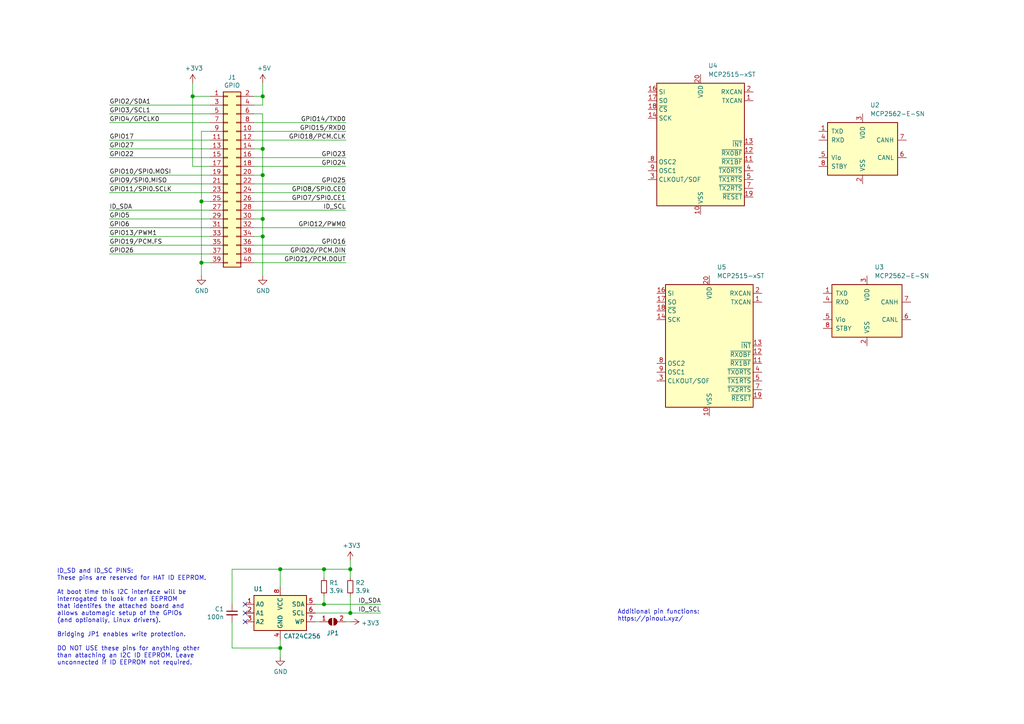
<source format=kicad_sch>
(kicad_sch (version 20230121) (generator eeschema)
  (paper "A4")
  (title_block (title "Dash Breakout Board") (date "2023-10-06") (rev "1"))
  (lib_symbols
    (symbol "Connector_Generic:Conn_02x20_Odd_Even" (pin_names (offset 1.016) hide)
      (property "Reference" "J" (at 1.27 25.4 0))
      (property "Value" "Conn_02x20_Odd_Even" (at 1.27 -27.94 0))
      (symbol "Conn_02x20_Odd_Even_1_1"
        (rectangle (start -1.27 -25.273) (end 0 -25.527) (stroke (width 0.1524)))
        (rectangle (start -1.27 -22.733) (end 0 -22.987) (stroke (width 0.1524)))
        (rectangle (start -1.27 -20.193) (end 0 -20.447) (stroke (width 0.1524)))
        (rectangle (start -1.27 -17.653) (end 0 -17.907) (stroke (width 0.1524)))
        (rectangle (start -1.27 -15.113) (end 0 -15.367) (stroke (width 0.1524)))
        (rectangle (start -1.27 -12.573) (end 0 -12.827) (stroke (width 0.1524)))
        (rectangle (start -1.27 -10.033) (end 0 -10.287) (stroke (width 0.1524)))
        (rectangle (start -1.27 -7.493) (end 0 -7.747) (stroke (width 0.1524)))
        (rectangle (start -1.27 -4.953) (end 0 -5.207) (stroke (width 0.1524)))
        (rectangle (start -1.27 -2.413) (end 0 -2.667) (stroke (width 0.1524)))
        (rectangle (start -1.27 0.127) (end 0 -0.127) (stroke (width 0.1524)))
        (rectangle (start -1.27 2.667) (end 0 2.413) (stroke (width 0.1524)))
        (rectangle (start -1.27 5.207) (end 0 4.953) (stroke (width 0.1524)))
        (rectangle (start -1.27 7.747) (end 0 7.493) (stroke (width 0.1524)))
        (rectangle (start -1.27 10.287) (end 0 10.033) (stroke (width 0.1524)))
        (rectangle (start -1.27 12.827) (end 0 12.573) (stroke (width 0.1524)))
        (rectangle (start -1.27 15.367) (end 0 15.113) (stroke (width 0.1524)))
        (rectangle (start -1.27 17.907) (end 0 17.653) (stroke (width 0.1524)))
        (rectangle (start -1.27 20.447) (end 0 20.193) (stroke (width 0.1524)))
        (rectangle (start -1.27 22.987) (end 0 22.733) (stroke (width 0.1524)))
        (rectangle (start -1.27 24.13) (end 3.81 -26.67) (stroke (width 0.254)) (fill (type background)))
        (rectangle (start 3.81 -25.273) (end 2.54 -25.527) (stroke (width 0.1524)))
        (rectangle (start 3.81 -22.733) (end 2.54 -22.987) (stroke (width 0.1524)))
        (rectangle (start 3.81 -20.193) (end 2.54 -20.447) (stroke (width 0.1524)))
        (rectangle (start 3.81 -17.653) (end 2.54 -17.907) (stroke (width 0.1524)))
        (rectangle (start 3.81 -15.113) (end 2.54 -15.367) (stroke (width 0.1524)))
        (rectangle (start 3.81 -12.573) (end 2.54 -12.827) (stroke (width 0.1524)))
        (rectangle (start 3.81 -10.033) (end 2.54 -10.287) (stroke (width 0.1524)))
        (rectangle (start 3.81 -7.493) (end 2.54 -7.747) (stroke (width 0.1524)))
        (rectangle (start 3.81 -4.953) (end 2.54 -5.207) (stroke (width 0.1524)))
        (rectangle (start 3.81 -2.413) (end 2.54 -2.667) (stroke (width 0.1524)))
        (rectangle (start 3.81 0.127) (end 2.54 -0.127) (stroke (width 0.1524)))
        (rectangle (start 3.81 2.667) (end 2.54 2.413) (stroke (width 0.1524)))
        (rectangle (start 3.81 5.207) (end 2.54 4.953) (stroke (width 0.1524)))
        (rectangle (start 3.81 7.747) (end 2.54 7.493) (stroke (width 0.1524)))
        (rectangle (start 3.81 10.287) (end 2.54 10.033) (stroke (width 0.1524)))
        (rectangle (start 3.81 12.827) (end 2.54 12.573) (stroke (width 0.1524)))
        (rectangle (start 3.81 15.367) (end 2.54 15.113) (stroke (width 0.1524)))
        (rectangle (start 3.81 17.907) (end 2.54 17.653) (stroke (width 0.1524)))
        (rectangle (start 3.81 20.447) (end 2.54 20.193) (stroke (width 0.1524)))
        (rectangle (start 3.81 22.987) (end 2.54 22.733) (stroke (width 0.1524)))
        (pin passive line (at -5.08 22.86 0) (length 3.81) (name "Pin_1") (number "1"))
        (pin passive line (at 7.62 12.7 180) (length 3.81) (name "Pin_10") (number "10"))
        (pin passive line (at -5.08 10.16 0) (length 3.81) (name "Pin_11") (number "11"))
        (pin passive line (at 7.62 10.16 180) (length 3.81) (name "Pin_12") (number "12"))
        (pin passive line (at -5.08 7.62 0) (length 3.81) (name "Pin_13") (number "13"))
        (pin passive line (at 7.62 7.62 180) (length 3.81) (name "Pin_14") (number "14"))
        (pin passive line (at -5.08 5.08 0) (length 3.81) (name "Pin_15") (number "15"))
        (pin passive line (at 7.62 5.08 180) (length 3.81) (name "Pin_16") (number "16"))
        (pin passive line (at -5.08 2.54 0) (length 3.81) (name "Pin_17") (number "17"))
        (pin passive line (at 7.62 2.54 180) (length 3.81) (name "Pin_18") (number "18"))
        (pin passive line (at -5.08 0 0) (length 3.81) (name "Pin_19") (number "19"))
        (pin passive line (at 7.62 22.86 180) (length 3.81) (name "Pin_2") (number "2"))
        (pin passive line (at 7.62 0 180) (length 3.81) (name "Pin_20") (number "20"))
        (pin passive line (at -5.08 -2.54 0) (length 3.81) (name "Pin_21") (number "21"))
        (pin passive line (at 7.62 -2.54 180) (length 3.81) (name "Pin_22") (number "22"))
        (pin passive line (at -5.08 -5.08 0) (length 3.81) (name "Pin_23") (number "23"))
        (pin passive line (at 7.62 -5.08 180) (length 3.81) (name "Pin_24") (number "24"))
        (pin passive line (at -5.08 -7.62 0) (length 3.81) (name "Pin_25") (number "25"))
        (pin passive line (at 7.62 -7.62 180) (length 3.81) (name "Pin_26") (number "26"))
        (pin passive line (at -5.08 -10.16 0) (length 3.81) (name "Pin_27") (number "27"))
        (pin passive line (at 7.62 -10.16 180) (length 3.81) (name "Pin_28") (number "28"))
        (pin passive line (at -5.08 -12.7 0) (length 3.81) (name "Pin_29") (number "29"))
        (pin passive line (at -5.08 20.32 0) (length 3.81) (name "Pin_3") (number "3"))
        (pin passive line (at 7.62 -12.7 180) (length 3.81) (name "Pin_30") (number "30"))
        (pin passive line (at -5.08 -15.24 0) (length 3.81) (name "Pin_31") (number "31"))
        (pin passive line (at 7.62 -15.24 180) (length 3.81) (name "Pin_32") (number "32"))
        (pin passive line (at -5.08 -17.78 0) (length 3.81) (name "Pin_33") (number "33"))
        (pin passive line (at 7.62 -17.78 180) (length 3.81) (name "Pin_34") (number "34"))
        (pin passive line (at -5.08 -20.32 0) (length 3.81) (name "Pin_35") (number "35"))
        (pin passive line (at 7.62 -20.32 180) (length 3.81) (name "Pin_36") (number "36"))
        (pin passive line (at -5.08 -22.86 0) (length 3.81) (name "Pin_37") (number "37"))
        (pin passive line (at 7.62 -22.86 180) (length 3.81) (name "Pin_38") (number "38"))
        (pin passive line (at -5.08 -25.4 0) (length 3.81) (name "Pin_39") (number "39"))
        (pin passive line (at 7.62 20.32 180) (length 3.81) (name "Pin_4") (number "4"))
        (pin passive line (at 7.62 -25.4 180) (length 3.81) (name "Pin_40") (number "40"))
        (pin passive line (at -5.08 17.78 0) (length 3.81) (name "Pin_5") (number "5"))
        (pin passive line (at 7.62 17.78 180) (length 3.81) (name "Pin_6") (number "6"))
        (pin passive line (at -5.08 15.24 0) (length 3.81) (name "Pin_7") (number "7"))
        (pin passive line (at 7.62 15.24 180) (length 3.81) (name "Pin_8") (number "8"))
        (pin passive line (at -5.08 12.7 0) (length 3.81) (name "Pin_9") (number "9"))
      )
    )
    (symbol "Device:C_Small" (pin_numbers hide) (pin_names (offset 0.254) hide)
      (property "Reference" "C" (at 0.254 1.778 0))
      (property "Value" "C_Small" (at 0.254 -2.032 0))
      (symbol "C_Small_0_1"
        (polyline (pts (xy -1.524 -0.508) (xy 1.524 -0.508)) (stroke (width 0.3302)))
        (polyline (pts (xy -1.524 0.508) (xy 1.524 0.508)) (stroke (width 0.3048)))
      )
      (symbol "C_Small_1_1"
        (pin passive line (at 0 2.54 270) (length 2.032) (name "~") (number "1"))
        (pin passive line (at 0 -2.54 90) (length 2.032) (name "~") (number "2"))
      )
    )
    (symbol "Device:R_Small" (pin_numbers hide) (pin_names (offset 0.254) hide)
      (property "Reference" "R" (at 0.762 0.508 0))
      (property "Value" "R_Small" (at 0.762 -1.016 0))
      (symbol "R_Small_0_1"
        (rectangle (start -0.762 1.778) (end 0.762 -1.778) (stroke (width 0.2032)))
      )
      (symbol "R_Small_1_1"
        (pin passive line (at 0 2.54 270) (length 0.762) (name "~") (number "1"))
        (pin passive line (at 0 -2.54 90) (length 0.762) (name "~") (number "2"))
      )
    )
    (symbol "Interface_CAN_LIN:MCP2515-xST"
      (property "Reference" "U" (at -10.16 19.685 0))
      (property "Value" "MCP2515-xST" (at 19.05 20.32 0))
      (symbol "MCP2515-xST_0_1"
        (rectangle (start -12.7 17.78) (end 12.7 -17.78) (stroke (width 0.254)) (fill (type background)))
      )
      (symbol "MCP2515-xST_1_1"
        (pin output line (at 15.24 12.7 180) (length 2.54) (name "TXCAN") (number "1"))
        (pin power_in line (at 0 -20.32 90) (length 2.54) (name "VSS") (number "10"))
        (pin output line (at 15.24 -5.08 180) (length 2.54) (name "~{RX1BF}") (number "11"))
        (pin output line (at 15.24 -2.54 180) (length 2.54) (name "~{RX0BF}") (number "12"))
        (pin output line (at 15.24 0 180) (length 2.54) (name "~{INT}") (number "13"))
        (pin input line (at -15.24 7.62 0) (length 2.54) (name "SCK") (number "14"))
        (pin no_connect line (at -12.7 -2.54 0) (length 2.54) hide (name "NC") (number "15"))
        (pin input line (at -15.24 15.24 0) (length 2.54) (name "SI") (number "16"))
        (pin output line (at -15.24 12.7 0) (length 2.54) (name "SO") (number "17"))
        (pin input line (at -15.24 10.16 0) (length 2.54) (name "~{CS}") (number "18"))
        (pin input line (at 15.24 -15.24 180) (length 2.54) (name "~{RESET}") (number "19"))
        (pin input line (at 15.24 15.24 180) (length 2.54) (name "RXCAN") (number "2"))
        (pin power_in line (at 0 20.32 270) (length 2.54) (name "VDD") (number "20"))
        (pin output line (at -15.24 -10.16 0) (length 2.54) (name "CLKOUT/SOF") (number "3"))
        (pin input line (at 15.24 -7.62 180) (length 2.54) (name "~{TX0RTS}") (number "4"))
        (pin input line (at 15.24 -10.16 180) (length 2.54) (name "~{TX1RTS}") (number "5"))
        (pin no_connect line (at -12.7 0 0) (length 2.54) hide (name "NC") (number "6"))
        (pin input line (at 15.24 -12.7 180) (length 2.54) (name "~{TX2RTS}") (number "7"))
        (pin output line (at -15.24 -5.08 0) (length 2.54) (name "OSC2") (number "8"))
        (pin input line (at -15.24 -7.62 0) (length 2.54) (name "OSC1") (number "9"))
      )
    )
    (symbol "Interface_CAN_LIN:MCP2562-E-SN" (pin_names (offset 1.016))
      (property "Reference" "U" (at -10.16 8.89 0))
      (property "Value" "MCP2562-E-SN" (at 2.54 8.89 0))
      (symbol "MCP2562-E-SN_0_1"
        (rectangle (start -10.16 7.62) (end 10.16 -7.62) (stroke (width 0.254)) (fill (type background)))
      )
      (symbol "MCP2562-E-SN_1_1"
        (pin input line (at -12.7 5.08 0) (length 2.54) (name "TXD") (number "1"))
        (pin power_in line (at 0 -10.16 90) (length 2.54) (name "VSS") (number "2"))
        (pin power_in line (at 0 10.16 270) (length 2.54) (name "VDD") (number "3"))
        (pin output line (at -12.7 2.54 0) (length 2.54) (name "RXD") (number "4"))
        (pin power_in line (at -12.7 -2.54 0) (length 2.54) (name "Vio") (number "5"))
        (pin bidirectional line (at 12.7 -2.54 180) (length 2.54) (name "CANL") (number "6"))
        (pin bidirectional line (at 12.7 2.54 180) (length 2.54) (name "CANH") (number "7"))
        (pin input line (at -12.7 -5.08 0) (length 2.54) (name "STBY") (number "8"))
      )
    )
    (symbol "Jumper:SolderJumper_2_Open" (pin_names (offset 0) hide)
      (property "Reference" "JP" (at 0 2.032 0))
      (property "Value" "SolderJumper_2_Open" (at 0 -2.54 0))
      (symbol "SolderJumper_2_Open_0_1"
        (arc (start -0.254 1.016) (mid -1.2656 0) (end -0.254 -1.016))
        (arc (start -0.254 1.016) (mid -1.2656 0) (end -0.254 -1.016) (fill (type outline)))
        (polyline (pts (xy -0.254 1.016) (xy -0.254 -1.016)))
        (polyline (pts (xy 0.254 1.016) (xy 0.254 -1.016)))
        (arc (start 0.254 -1.016) (mid 1.2656 0) (end 0.254 1.016))
        (arc (start 0.254 -1.016) (mid 1.2656 0) (end 0.254 1.016) (fill (type outline)))
      )
      (symbol "SolderJumper_2_Open_1_1"
        (pin passive line (at -3.81 0 0) (length 2.54) (name "A") (number "1"))
        (pin passive line (at 3.81 0 180) (length 2.54) (name "B") (number "2"))
      )
    )
    (symbol "Memory_EEPROM:CAT24C256"
      (property "Reference" "U" (at -6.35 6.35 0))
      (property "Value" "CAT24C256" (at 1.27 6.35 0))
      (symbol "CAT24C256_1_1"
        (rectangle (start -7.62 5.08) (end 7.62 -5.08) (stroke (width 0.254)) (fill (type background)))
        (pin input line (at -10.16 2.54 0) (length 2.54) (name "A0") (number "1"))
        (pin input line (at -10.16 0 0) (length 2.54) (name "A1") (number "2"))
        (pin input line (at -10.16 -2.54 0) (length 2.54) (name "A2") (number "3"))
        (pin power_in line (at 0 -7.62 90) (length 2.54) (name "GND") (number "4"))
        (pin bidirectional line (at 10.16 2.54 180) (length 2.54) (name "SDA") (number "5"))
        (pin input line (at 10.16 0 180) (length 2.54) (name "SCL") (number "6"))
        (pin input line (at 10.16 -2.54 180) (length 2.54) (name "WP") (number "7"))
        (pin power_in line (at 0 7.62 270) (length 2.54) (name "VCC") (number "8"))
      )
    )
    (symbol "power:+3.3V" (power) (pin_names (offset 0))
      (property "Value" "+3.3V" (at 0 3.556 0))
      (symbol "+3.3V_0_1"
        (polyline (pts (xy -0.762 1.27) (xy 0 2.54)))
        (polyline (pts (xy 0 0) (xy 0 2.54)))
        (polyline (pts (xy 0 2.54) (xy 0.762 1.27)))
      )
      (symbol "+3.3V_1_1"
        (pin power_in line (at 0 0 90) (length 0) hide (name "+3V3") (number "1"))
      )
    )
    (symbol "power:+5V" (power) (pin_names (offset 0))
      (property "Value" "+5V" (at 0 3.556 0))
      (symbol "+5V_0_1"
        (polyline (pts (xy -0.762 1.27) (xy 0 2.54)))
        (polyline (pts (xy 0 0) (xy 0 2.54)))
        (polyline (pts (xy 0 2.54) (xy 0.762 1.27)))
      )
      (symbol "+5V_1_1"
        (pin power_in line (at 0 0 90) (length 0) hide (name "+5V") (number "1"))
      )
    )
    (symbol "power:GND" (power) (pin_names (offset 0))
      (property "Value" "GND" (at 0 -3.81 0))
      (symbol "GND_0_1"
        (polyline (pts (xy 0 0) (xy 0 -1.27) (xy 1.27 -1.27) (xy 0 -2.54) (xy -1.27 -1.27) (xy 0 -1.27)))
      )
      (symbol "GND_1_1"
        (pin power_in line (at 0 0 270) (length 0) hide (name "GND") (number "1"))
      )
    )
  )
  (junction (at 76.2 63.5) (diameter 1.016))
  (junction (at 101.6 165.1) (diameter 1.016))
  (junction (at 55.88 27.94) (diameter 1.016))
  (junction (at 76.2 68.58) (diameter 1.016))
  (junction (at 93.98 175.26) (diameter 1.016))
  (junction (at 58.42 58.42) (diameter 1.016))
  (junction (at 76.2 50.8) (diameter 1.016))
  (junction (at 76.2 43.18) (diameter 1.016))
  (junction (at 93.98 165.1) (diameter 1.016))
  (junction (at 81.28 187.96) (diameter 1.016))
  (junction (at 81.28 165.1) (diameter 1.016))
  (junction (at 58.42 76.2) (diameter 1.016))
  (junction (at 76.2 27.94) (diameter 1.016))
  (junction (at 101.6 177.8) (diameter 1.016))
  (no_connect (at 71.12 175.26))
  (no_connect (at 71.12 177.8))
  (no_connect (at 71.12 180.34))
  (wire (pts (xy 58.42 58.42) (xy 58.42 76.2)))
  (wire (pts (xy 73.66 58.42) (xy 100.33 58.42)))
  (wire (pts (xy 60.96 40.64) (xy 31.75 40.64)))
  (wire (pts (xy 81.28 165.1) (xy 93.98 165.1)))
  (wire (pts (xy 101.6 165.1) (xy 93.98 165.1)))
  (wire (pts (xy 101.6 167.64) (xy 101.6 165.1)))
  (wire (pts (xy 76.2 33.02) (xy 76.2 43.18)))
  (wire (pts (xy 76.2 50.8) (xy 73.66 50.8)))
  (wire (pts (xy 76.2 63.5) (xy 76.2 68.58)))
  (wire (pts (xy 76.2 50.8) (xy 76.2 63.5)))
  (wire (pts (xy 73.66 35.56) (xy 100.33 35.56)))
  (wire (pts (xy 58.42 38.1) (xy 58.42 58.42)))
  (wire (pts (xy 91.44 175.26) (xy 93.98 175.26)))
  (wire (pts (xy 93.98 175.26) (xy 110.49 175.26)))
  (wire (pts (xy 58.42 38.1) (xy 60.96 38.1)))
  (wire (pts (xy 91.44 180.34) (xy 92.71 180.34)))
  (wire (pts (xy 100.33 180.34) (xy 101.6 180.34)))
  (wire (pts (xy 73.66 55.88) (xy 100.33 55.88)))
  (wire (pts (xy 60.96 60.96) (xy 31.75 60.96)))
  (wire (pts (xy 31.75 63.5) (xy 60.96 63.5)))
  (wire (pts (xy 58.42 58.42) (xy 60.96 58.42)))
  (wire (pts (xy 101.6 162.56) (xy 101.6 165.1)))
  (wire (pts (xy 73.66 45.72) (xy 100.33 45.72)))
  (wire (pts (xy 81.28 165.1) (xy 81.28 170.18)))
  (wire (pts (xy 73.66 76.2) (xy 100.33 76.2)))
  (wire (pts (xy 58.42 76.2) (xy 58.42 80.01)))
  (wire (pts (xy 31.75 43.18) (xy 60.96 43.18)))
  (wire (pts (xy 101.6 172.72) (xy 101.6 177.8)))
  (wire (pts (xy 55.88 24.13) (xy 55.88 27.94)))
  (wire (pts (xy 76.2 68.58) (xy 73.66 68.58)))
  (wire (pts (xy 31.75 33.02) (xy 60.96 33.02)))
  (wire (pts (xy 31.75 55.88) (xy 60.96 55.88)))
  (wire (pts (xy 55.88 48.26) (xy 60.96 48.26)))
  (wire (pts (xy 60.96 30.48) (xy 31.75 30.48)))
  (wire (pts (xy 76.2 27.94) (xy 76.2 30.48)))
  (wire (pts (xy 76.2 43.18) (xy 76.2 50.8)))
  (wire (pts (xy 73.66 40.64) (xy 100.33 40.64)))
  (wire (pts (xy 76.2 43.18) (xy 73.66 43.18)))
  (wire (pts (xy 76.2 24.13) (xy 76.2 27.94)))
  (wire (pts (xy 31.75 35.56) (xy 60.96 35.56)))
  (wire (pts (xy 93.98 165.1) (xy 93.98 167.64)))
  (wire (pts (xy 76.2 27.94) (xy 73.66 27.94)))
  (wire (pts (xy 55.88 27.94) (xy 55.88 48.26)))
  (wire (pts (xy 73.66 48.26) (xy 100.33 48.26)))
  (wire (pts (xy 73.66 38.1) (xy 100.33 38.1)))
  (wire (pts (xy 93.98 172.72) (xy 93.98 175.26)))
  (wire (pts (xy 91.44 177.8) (xy 101.6 177.8)))
  (wire (pts (xy 101.6 177.8) (xy 110.49 177.8)))
  (wire (pts (xy 31.75 45.72) (xy 60.96 45.72)))
  (wire (pts (xy 31.75 53.34) (xy 60.96 53.34)))
  (wire (pts (xy 31.75 66.04) (xy 60.96 66.04)))
  (wire (pts (xy 76.2 30.48) (xy 73.66 30.48)))
  (wire (pts (xy 31.75 71.12) (xy 60.96 71.12)))
  (wire (pts (xy 73.66 71.12) (xy 100.33 71.12)))
  (wire (pts (xy 73.66 66.04) (xy 100.33 66.04)))
  (wire (pts (xy 58.42 76.2) (xy 60.96 76.2)))
  (wire (pts (xy 73.66 73.66) (xy 100.33 73.66)))
  (wire (pts (xy 76.2 33.02) (xy 73.66 33.02)))
  (wire (pts (xy 31.75 73.66) (xy 60.96 73.66)))
  (wire (pts (xy 67.31 165.1) (xy 67.31 175.26)))
  (wire (pts (xy 67.31 180.34) (xy 67.31 187.96)))
  (wire (pts (xy 67.31 187.96) (xy 81.28 187.96)))
  (wire (pts (xy 81.28 165.1) (xy 67.31 165.1)))
  (wire (pts (xy 81.28 185.42) (xy 81.28 187.96)))
  (wire (pts (xy 81.28 187.96) (xy 81.28 190.5)))
  (wire (pts (xy 76.2 68.58) (xy 76.2 80.01)))
  (wire (pts (xy 73.66 53.34) (xy 100.33 53.34)))
  (wire (pts (xy 60.96 68.58) (xy 31.75 68.58)))
  (wire (pts (xy 76.2 63.5) (xy 73.66 63.5)))
  (wire (pts (xy 55.88 27.94) (xy 60.96 27.94)))
  (wire (pts (xy 60.96 50.8) (xy 31.75 50.8)))
  (wire (pts (xy 73.66 60.96) (xy 100.33 60.96)))
  (text "ID_SD and ID_SC PINS:\nThese pins are reserved for HAT ID EEPROM.\n\nAt boot time this I2C interface will be\ninterrogated to look for an EEPROM\nthat identifes the attached board and\nallows automagic setup of the GPIOs\n(and optionally, Linux drivers).\n\nBridging JP1 enables write protection.\n\nDO NOT USE these pins for anything other\nthan attaching an I2C ID EEPROM. Leave\nunconnected if ID EEPROM not required." (at 16.51 193.04 0) (effects (font (size 1.27 1.27)) (justify left bottom)))
  (text "Additional pin functions:\nhttps://pinout.xyz/" (at 179.07 180.34 0) (effects (font (size 1.27 1.27)) (justify left bottom)))
  (label "ID_SDA" (at 31.75 60.96 0))
  (label "GPIO6" (at 31.75 66.04 0))
  (label "ID_SDA" (at 110.49 175.26 180))
  (label "ID_SCL" (at 100.33 60.96 180))
  (label "GPIO5" (at 31.75 63.5 0))
  (label "GPIO21{slash}PCM.DOUT" (at 100.33 76.2 180))
  (label "GPIO19{slash}PCM.FS" (at 31.75 71.12 0))
  (label "GPIO10{slash}SPI0.MOSI" (at 31.75 50.8 0))
  (label "GPIO9{slash}SPI0.MISO" (at 31.75 53.34 0))
  (label "GPIO23" (at 100.33 45.72 180))
  (label "GPIO4{slash}GPCLK0" (at 31.75 35.56 0))
  (label "GPIO27" (at 31.75 43.18 0))
  (label "GPIO26" (at 31.75 73.66 0))
  (label "GPIO14{slash}TXD0" (at 100.33 35.56 180))
  (label "GPIO8{slash}SPI0.CE0" (at 100.33 55.88 180))
  (label "GPIO15{slash}RXD0" (at 100.33 38.1 180))
  (label "GPIO16" (at 100.33 71.12 180))
  (label "GPIO22" (at 31.75 45.72 0))
  (label "GPIO2{slash}SDA1" (at 31.75 30.48 0))
  (label "GPIO17" (at 31.75 40.64 0))
  (label "GPIO25" (at 100.33 53.34 180))
  (label "GPIO3{slash}SCL1" (at 31.75 33.02 0))
  (label "GPIO18{slash}PCM.CLK" (at 100.33 40.64 180))
  (label "GPIO12{slash}PWM0" (at 100.33 66.04 180))
  (label "GPIO13{slash}PWM1" (at 31.75 68.58 0))
  (label "GPIO20{slash}PCM.DIN" (at 100.33 73.66 180))
  (label "GPIO24" (at 100.33 48.26 180))
  (label "GPIO7{slash}SPI0.CE1" (at 100.33 58.42 180))
  (label "ID_SCL" (at 110.49 177.8 180))
  (label "GPIO11{slash}SPI0.SCLK" (at 31.75 55.88 0))
  (symbol (lib_id "power:+5V") (at 76.2 24.13 0) (unit 1)
    (property "Reference" "#PWR01" (effects hide))
    (property "Value" "+5V" (at 76.5683 19.8056 0))
  )
  (symbol (lib_id "power:+3.3V") (at 55.88 24.13 0) (unit 1)
    (property "Reference" "#PWR04" (effects hide))
    (property "Value" "+3.3V" (at 56.2483 19.8056 0))
  )
  (symbol (lib_id "power:GND") (at 76.2 80.01 0) (unit 1)
    (property "Reference" "#PWR02" (effects hide))
    (property "Value" "GND" (at 76.3143 84.3344 0))
  )
  (symbol (lib_id "power:GND") (at 58.42 80.01 0) (unit 1)
    (property "Reference" "#PWR03" (effects hide))
    (property "Value" "GND" (at 58.5343 84.3344 0))
  )
  (symbol (lib_id "Connector_Generic:Conn_02x20_Odd_Even") (at 66.04 50.8 0) (unit 1)
    (property "Reference" "J1" (at 67.31 22.4598 0))
    (property "Value" "GPIO" (at 67.31 24.765 0))
    (property "Footprint" "Connector_PinSocket_2.54mm:PinSocket_2x20_P2.54mm_Vertical" (effects hide))
  )
  (symbol (lib_id "Device:C_Small") (at 67.31 177.8 0) (unit 1)
    (property "Reference" "C1" (at 64.9858 176.6506 0) (effects (justify right)))
    (property "Value" "100n" (at 64.9858 178.9493 0) (effects (justify right)))
  )
  (symbol (lib_id "Device:R_Small") (at 93.98 170.18 0) (unit 1)
    (property "Reference" "R1" (at 95.4786 169.037 0) (effects (justify left)))
    (property "Value" "3.9k" (at 95.4787 171.3293 0) (effects (justify left)))
  )
  (symbol (lib_id "Interface_CAN_LIN:MCP2515-xST") (at 205.74 100.33 0) (unit 1)
    (property "Reference" "U5" (at 207.9341 77.47 0) (effects (justify left)))
    (property "Value" "MCP2515-xST" (at 207.9341 80.01 0) (effects (justify left)))
    (property "Footprint" "Package_SO:TSSOP-20_4.4x6.5mm_P0.65mm" (effects hide))
    (property "Datasheet" "http://ww1.microchip.com/downloads/en/DeviceDoc/21801e.pdf" (effects hide))
  )
  (symbol (lib_id "Jumper:SolderJumper_2_Open") (at 96.52 180.34 0) (unit 1)
    (property "Reference" "JP1" (at 96.52 183.623 0))
    (property "Value" "ID_WP" (effects hide))
  )
  (symbol (lib_id "Device:R_Small") (at 101.6 170.18 0) (unit 1)
    (property "Reference" "R2" (at 103.0986 169.037 0) (effects (justify left)))
    (property "Value" "3.9k" (at 103.0987 171.3293 0) (effects (justify left)))
  )
  (symbol (lib_id "power:+3.3V") (at 101.6 162.56 0) (unit 1)
    (property "Reference" "#PWR0101" (effects hide))
    (property "Value" "+3.3V" (at 101.9683 158.2356 0))
  )
  (symbol (lib_id "Memory_EEPROM:CAT24C256") (at 81.28 177.8 0) (unit 1)
    (property "Reference" "U1" (at 74.93 170.7958 0))
    (property "Value" "CAT24C256" (at 87.63 184.5245 0))
    (property "Datasheet" "https://www.onsemi.cn/PowerSolutions/document/CAT24C256-D.PDF" (effects hide))
  )
  (symbol (lib_id "Interface_CAN_LIN:MCP2515-xST") (at 203.2 41.91 0) (unit 1)
    (property "Reference" "U4" (at 205.3941 19.05 0) (effects (justify left)))
    (property "Value" "MCP2515-xST" (at 205.3941 21.59 0) (effects (justify left)))
    (property "Footprint" "Package_SO:TSSOP-20_4.4x6.5mm_P0.65mm" (effects hide))
    (property "Datasheet" "http://ww1.microchip.com/downloads/en/DeviceDoc/21801e.pdf" (effects hide))
  )
  (symbol (lib_id "power:GND") (at 81.28 190.5 0) (unit 1)
    (property "Reference" "#PWR0102" (effects hide))
    (property "Value" "GND" (at 81.3943 194.8244 0))
  )
  (symbol (lib_id "Interface_CAN_LIN:MCP2562-E-SN") (at 251.46 90.17 0) (unit 1)
    (property "Reference" "U3" (at 253.6541 77.47 0) (effects (justify left)))
    (property "Value" "MCP2562-E-SN" (at 253.6541 80.01 0) (effects (justify left)))
    (property "Footprint" "Package_SO:SOIC-8_3.9x4.9mm_P1.27mm" (effects hide))
    (property "Datasheet" "http://ww1.microchip.com/downloads/en/DeviceDoc/25167A.pdf" (effects hide))
  )
  (symbol (lib_id "Interface_CAN_LIN:MCP2562-E-SN") (at 250.19 43.18 0) (unit 1)
    (property "Reference" "U2" (at 252.3841 30.48 0) (effects (justify left)))
    (property "Value" "MCP2562-E-SN" (at 252.3841 33.02 0) (effects (justify left)))
    (property "Footprint" "Package_SO:SOIC-8_3.9x4.9mm_P1.27mm" (effects hide))
    (property "Datasheet" "http://ww1.microchip.com/downloads/en/DeviceDoc/25167A.pdf" (effects hide))
  )
  (symbol (lib_id "power:+3.3V") (at 101.6 180.34 270) (unit 1)
    (property "Reference" "#PWR0103" (effects hide))
    (property "Value" "+3.3V" (at 104.7751 180.7083 90) (effects (justify left)))
  )
)
</source>
